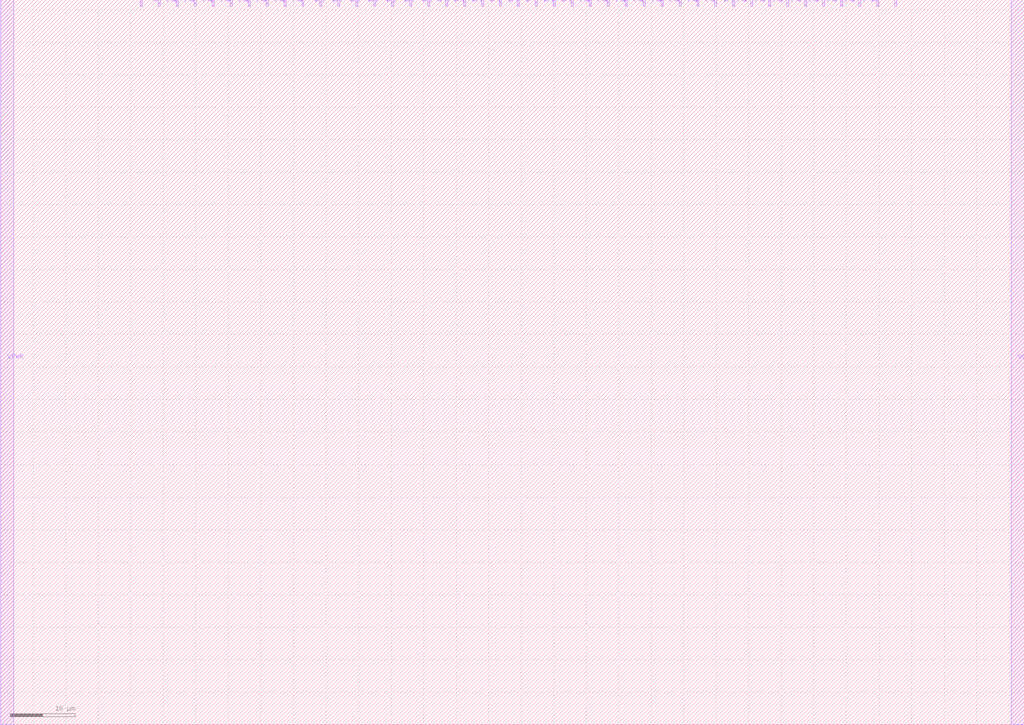
<source format=lef>
VERSION 5.7 ;
  NOWIREEXTENSIONATPIN ON ;
  DIVIDERCHAR "/" ;
  BUSBITCHARS "[]" ;
MACRO tt_um_wulf_8bit_vco
  CLASS BLOCK ;
  FOREIGN tt_um_wulf_8bit_vco ;
  ORIGIN 0.000 0.000 ;
  SIZE 157.320 BY 111.520 ;
  PIN clk
    DIRECTION INPUT ;
    USE SIGNAL ;
    PORT
      LAYER met4 ;
        RECT 134.630 110.520 134.930 111.520 ;
    END
  END clk
  PIN ena
    DIRECTION INPUT ;
    USE SIGNAL ;
    PORT
      LAYER met4 ;
        RECT 137.390 110.520 137.690 111.520 ;
    END
  END ena
  PIN rst_n
    DIRECTION INPUT ;
    USE SIGNAL ;
    PORT
      LAYER met4 ;
        RECT 131.870 110.520 132.170 111.520 ;
    END
  END rst_n
  PIN ui_in[0]
    DIRECTION INPUT ;
    USE SIGNAL ;
    PORT
      LAYER met4 ;
        RECT 129.110 110.520 129.410 111.520 ;
    END
  END ui_in[0]
  PIN ui_in[1]
    DIRECTION INPUT ;
    USE SIGNAL ;
    PORT
      LAYER met4 ;
        RECT 126.350 110.520 126.650 111.520 ;
    END
  END ui_in[1]
  PIN ui_in[2]
    DIRECTION INPUT ;
    USE SIGNAL ;
    PORT
      LAYER met4 ;
        RECT 123.590 110.520 123.890 111.520 ;
    END
  END ui_in[2]
  PIN ui_in[3]
    DIRECTION INPUT ;
    USE SIGNAL ;
    PORT
      LAYER met4 ;
        RECT 120.830 110.520 121.130 111.520 ;
    END
  END ui_in[3]
  PIN ui_in[4]
    DIRECTION INPUT ;
    USE SIGNAL ;
    PORT
      LAYER met4 ;
        RECT 118.070 110.520 118.370 111.520 ;
    END
  END ui_in[4]
  PIN ui_in[5]
    DIRECTION INPUT ;
    USE SIGNAL ;
    PORT
      LAYER met4 ;
        RECT 115.310 110.520 115.610 111.520 ;
    END
  END ui_in[5]
  PIN ui_in[6]
    DIRECTION INPUT ;
    USE SIGNAL ;
    PORT
      LAYER met4 ;
        RECT 112.550 110.520 112.850 111.520 ;
    END
  END ui_in[6]
  PIN ui_in[7]
    DIRECTION INPUT ;
    USE SIGNAL ;
    PORT
      LAYER met4 ;
        RECT 109.790 110.520 110.090 111.520 ;
    END
  END ui_in[7]
  PIN uio_in[0]
    DIRECTION INPUT ;
    USE SIGNAL ;
    PORT
      LAYER met4 ;
        RECT 107.030 110.520 107.330 111.520 ;
    END
  END uio_in[0]
  PIN uio_in[1]
    DIRECTION INPUT ;
    USE SIGNAL ;
    PORT
      LAYER met4 ;
        RECT 104.270 110.520 104.570 111.520 ;
    END
  END uio_in[1]
  PIN uio_in[2]
    DIRECTION INPUT ;
    USE SIGNAL ;
    PORT
      LAYER met4 ;
        RECT 101.510 110.520 101.810 111.520 ;
    END
  END uio_in[2]
  PIN uio_in[3]
    DIRECTION INPUT ;
    USE SIGNAL ;
    PORT
      LAYER met4 ;
        RECT 98.750 110.520 99.050 111.520 ;
    END
  END uio_in[3]
  PIN uio_in[4]
    DIRECTION INPUT ;
    USE SIGNAL ;
    PORT
      LAYER met4 ;
        RECT 95.990 110.520 96.290 111.520 ;
    END
  END uio_in[4]
  PIN uio_in[5]
    DIRECTION INPUT ;
    USE SIGNAL ;
    PORT
      LAYER met4 ;
        RECT 93.230 110.520 93.530 111.520 ;
    END
  END uio_in[5]
  PIN uio_in[6]
    DIRECTION INPUT ;
    USE SIGNAL ;
    PORT
      LAYER met4 ;
        RECT 90.470 110.520 90.770 111.520 ;
    END
  END uio_in[6]
  PIN uio_in[7]
    DIRECTION INPUT ;
    USE SIGNAL ;
    PORT
      LAYER met4 ;
        RECT 87.710 110.520 88.010 111.520 ;
    END
  END uio_in[7]
  PIN uio_oe[0]
    DIRECTION OUTPUT TRISTATE ;
    USE SIGNAL ;
    PORT
      LAYER met4 ;
        RECT 40.790 110.520 41.090 111.520 ;
    END
  END uio_oe[0]
  PIN uio_oe[1]
    DIRECTION OUTPUT TRISTATE ;
    USE SIGNAL ;
    PORT
      LAYER met4 ;
        RECT 38.030 110.520 38.330 111.520 ;
    END
  END uio_oe[1]
  PIN uio_oe[2]
    DIRECTION OUTPUT TRISTATE ;
    USE SIGNAL ;
    PORT
      LAYER met4 ;
        RECT 35.270 110.520 35.570 111.520 ;
    END
  END uio_oe[2]
  PIN uio_oe[3]
    DIRECTION OUTPUT TRISTATE ;
    USE SIGNAL ;
    PORT
      LAYER met4 ;
        RECT 32.510 110.520 32.810 111.520 ;
    END
  END uio_oe[3]
  PIN uio_oe[4]
    DIRECTION OUTPUT TRISTATE ;
    USE SIGNAL ;
    PORT
      LAYER met4 ;
        RECT 29.750 110.520 30.050 111.520 ;
    END
  END uio_oe[4]
  PIN uio_oe[5]
    DIRECTION OUTPUT TRISTATE ;
    USE SIGNAL ;
    PORT
      LAYER met4 ;
        RECT 26.990 110.520 27.290 111.520 ;
    END
  END uio_oe[5]
  PIN uio_oe[6]
    DIRECTION OUTPUT TRISTATE ;
    USE SIGNAL ;
    PORT
      LAYER met4 ;
        RECT 24.230 110.520 24.530 111.520 ;
    END
  END uio_oe[6]
  PIN uio_oe[7]
    DIRECTION OUTPUT TRISTATE ;
    USE SIGNAL ;
    PORT
      LAYER met4 ;
        RECT 21.470 110.520 21.770 111.520 ;
    END
  END uio_oe[7]
  PIN uio_out[0]
    DIRECTION OUTPUT TRISTATE ;
    USE SIGNAL ;
    PORT
      LAYER met4 ;
        RECT 62.870 110.520 63.170 111.520 ;
    END
  END uio_out[0]
  PIN uio_out[1]
    DIRECTION OUTPUT TRISTATE ;
    USE SIGNAL ;
    PORT
      LAYER met4 ;
        RECT 60.110 110.520 60.410 111.520 ;
    END
  END uio_out[1]
  PIN uio_out[2]
    DIRECTION OUTPUT TRISTATE ;
    USE SIGNAL ;
    PORT
      LAYER met4 ;
        RECT 57.350 110.520 57.650 111.520 ;
    END
  END uio_out[2]
  PIN uio_out[3]
    DIRECTION OUTPUT TRISTATE ;
    USE SIGNAL ;
    PORT
      LAYER met4 ;
        RECT 54.590 110.520 54.890 111.520 ;
    END
  END uio_out[3]
  PIN uio_out[4]
    DIRECTION OUTPUT TRISTATE ;
    USE SIGNAL ;
    PORT
      LAYER met4 ;
        RECT 51.830 110.520 52.130 111.520 ;
    END
  END uio_out[4]
  PIN uio_out[5]
    DIRECTION OUTPUT TRISTATE ;
    USE SIGNAL ;
    PORT
      LAYER met4 ;
        RECT 49.070 110.520 49.370 111.520 ;
    END
  END uio_out[5]
  PIN uio_out[6]
    DIRECTION OUTPUT TRISTATE ;
    USE SIGNAL ;
    PORT
      LAYER met4 ;
        RECT 46.310 110.520 46.610 111.520 ;
    END
  END uio_out[6]
  PIN uio_out[7]
    DIRECTION OUTPUT TRISTATE ;
    USE SIGNAL ;
    PORT
      LAYER met4 ;
        RECT 43.550 110.520 43.850 111.520 ;
    END
  END uio_out[7]
  PIN uo_out[0]
    DIRECTION OUTPUT ;
    USE SIGNAL ;
    PORT
      LAYER met4 ;
        RECT 84.950 110.520 85.250 111.520 ;
    END
  END uo_out[0]
  PIN uo_out[1]
    DIRECTION OUTPUT TRISTATE ;
    USE SIGNAL ;
    PORT
      LAYER met4 ;
        RECT 82.190 110.520 82.490 111.520 ;
    END
  END uo_out[1]
  PIN uo_out[2]
    DIRECTION OUTPUT TRISTATE ;
    USE SIGNAL ;
    PORT
      LAYER met4 ;
        RECT 79.430 110.520 79.730 111.520 ;
    END
  END uo_out[2]
  PIN uo_out[3]
    DIRECTION OUTPUT TRISTATE ;
    USE SIGNAL ;
    PORT
      LAYER met4 ;
        RECT 76.670 110.520 76.970 111.520 ;
    END
  END uo_out[3]
  PIN uo_out[4]
    DIRECTION OUTPUT TRISTATE ;
    USE SIGNAL ;
    PORT
      LAYER met4 ;
        RECT 73.910 110.520 74.210 111.520 ;
    END
  END uo_out[4]
  PIN uo_out[5]
    DIRECTION OUTPUT TRISTATE ;
    USE SIGNAL ;
    PORT
      LAYER met4 ;
        RECT 71.150 110.520 71.450 111.520 ;
    END
  END uo_out[5]
  PIN uo_out[6]
    DIRECTION OUTPUT TRISTATE ;
    USE SIGNAL ;
    PORT
      LAYER met4 ;
        RECT 68.390 110.520 68.690 111.520 ;
    END
  END uo_out[6]
  PIN uo_out[7]
    DIRECTION OUTPUT TRISTATE ;
    USE SIGNAL ;
    PORT
      LAYER met4 ;
        RECT 65.630 110.520 65.930 111.520 ;
    END
  END uo_out[7]
  PIN VPWR
    USE POWER ;
    PORT
      LAYER met4 ;
        RECT 0.000 0.000 2.000 111.520 ;
    END
  END VPWR
  PIN VGND
    USE GROUND ;
    PORT
      LAYER met4 ;
        RECT 155.320 0.000 157.320 111.520 ;
    END
  END VGND
END tt_um_wulf_8bit_vco
END LIBRARY


</source>
